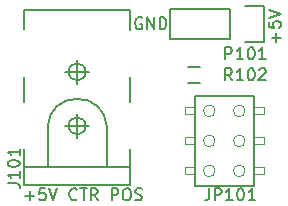
<source format=gto>
G04 #@! TF.FileFunction,Legend,Top*
%FSLAX46Y46*%
G04 Gerber Fmt 4.6, Leading zero omitted, Abs format (unit mm)*
G04 Created by KiCad (PCBNEW 4.0.1-stable) date Monday, January 04, 2016 'pmt' 12:50:12 pm*
%MOMM*%
G01*
G04 APERTURE LIST*
%ADD10C,0.100000*%
%ADD11C,0.150000*%
%ADD12C,0.203200*%
%ADD13C,0.127000*%
%ADD14C,0.066040*%
%ADD15C,0.063500*%
G04 APERTURE END LIST*
D10*
D11*
X126897428Y-135199429D02*
X127659333Y-135199429D01*
X127278381Y-135580381D02*
X127278381Y-134818476D01*
X128611714Y-134580381D02*
X128135523Y-134580381D01*
X128087904Y-135056571D01*
X128135523Y-135008952D01*
X128230761Y-134961333D01*
X128468857Y-134961333D01*
X128564095Y-135008952D01*
X128611714Y-135056571D01*
X128659333Y-135151810D01*
X128659333Y-135389905D01*
X128611714Y-135485143D01*
X128564095Y-135532762D01*
X128468857Y-135580381D01*
X128230761Y-135580381D01*
X128135523Y-135532762D01*
X128087904Y-135485143D01*
X128945047Y-134580381D02*
X129278380Y-135580381D01*
X129611714Y-134580381D01*
X131278381Y-135485143D02*
X131230762Y-135532762D01*
X131087905Y-135580381D01*
X130992667Y-135580381D01*
X130849809Y-135532762D01*
X130754571Y-135437524D01*
X130706952Y-135342286D01*
X130659333Y-135151810D01*
X130659333Y-135008952D01*
X130706952Y-134818476D01*
X130754571Y-134723238D01*
X130849809Y-134628000D01*
X130992667Y-134580381D01*
X131087905Y-134580381D01*
X131230762Y-134628000D01*
X131278381Y-134675619D01*
X131564095Y-134580381D02*
X132135524Y-134580381D01*
X131849809Y-135580381D02*
X131849809Y-134580381D01*
X133040286Y-135580381D02*
X132706952Y-135104190D01*
X132468857Y-135580381D02*
X132468857Y-134580381D01*
X132849810Y-134580381D01*
X132945048Y-134628000D01*
X132992667Y-134675619D01*
X133040286Y-134770857D01*
X133040286Y-134913714D01*
X132992667Y-135008952D01*
X132945048Y-135056571D01*
X132849810Y-135104190D01*
X132468857Y-135104190D01*
X134230762Y-135580381D02*
X134230762Y-134580381D01*
X134611715Y-134580381D01*
X134706953Y-134628000D01*
X134754572Y-134675619D01*
X134802191Y-134770857D01*
X134802191Y-134913714D01*
X134754572Y-135008952D01*
X134706953Y-135056571D01*
X134611715Y-135104190D01*
X134230762Y-135104190D01*
X135421238Y-134580381D02*
X135611715Y-134580381D01*
X135706953Y-134628000D01*
X135802191Y-134723238D01*
X135849810Y-134913714D01*
X135849810Y-135247048D01*
X135802191Y-135437524D01*
X135706953Y-135532762D01*
X135611715Y-135580381D01*
X135421238Y-135580381D01*
X135326000Y-135532762D01*
X135230762Y-135437524D01*
X135183143Y-135247048D01*
X135183143Y-134913714D01*
X135230762Y-134723238D01*
X135326000Y-134628000D01*
X135421238Y-134580381D01*
X136230762Y-135532762D02*
X136373619Y-135580381D01*
X136611715Y-135580381D01*
X136706953Y-135532762D01*
X136754572Y-135485143D01*
X136802191Y-135389905D01*
X136802191Y-135294667D01*
X136754572Y-135199429D01*
X136706953Y-135151810D01*
X136611715Y-135104190D01*
X136421238Y-135056571D01*
X136326000Y-135008952D01*
X136278381Y-134961333D01*
X136230762Y-134866095D01*
X136230762Y-134770857D01*
X136278381Y-134675619D01*
X136326000Y-134628000D01*
X136421238Y-134580381D01*
X136659334Y-134580381D01*
X136802191Y-134628000D01*
X136779096Y-120150000D02*
X136683858Y-120102381D01*
X136541001Y-120102381D01*
X136398143Y-120150000D01*
X136302905Y-120245238D01*
X136255286Y-120340476D01*
X136207667Y-120530952D01*
X136207667Y-120673810D01*
X136255286Y-120864286D01*
X136302905Y-120959524D01*
X136398143Y-121054762D01*
X136541001Y-121102381D01*
X136636239Y-121102381D01*
X136779096Y-121054762D01*
X136826715Y-121007143D01*
X136826715Y-120673810D01*
X136636239Y-120673810D01*
X137255286Y-121102381D02*
X137255286Y-120102381D01*
X137826715Y-121102381D01*
X137826715Y-120102381D01*
X138302905Y-121102381D02*
X138302905Y-120102381D01*
X138541000Y-120102381D01*
X138683858Y-120150000D01*
X138779096Y-120245238D01*
X138826715Y-120340476D01*
X138874334Y-120530952D01*
X138874334Y-120673810D01*
X138826715Y-120864286D01*
X138779096Y-120959524D01*
X138683858Y-121054762D01*
X138541000Y-121102381D01*
X138302905Y-121102381D01*
X148153429Y-122189714D02*
X148153429Y-121427809D01*
X148534381Y-121808761D02*
X147772476Y-121808761D01*
X147534381Y-120475428D02*
X147534381Y-120951619D01*
X148010571Y-120999238D01*
X147962952Y-120951619D01*
X147915333Y-120856381D01*
X147915333Y-120618285D01*
X147962952Y-120523047D01*
X148010571Y-120475428D01*
X148105810Y-120427809D01*
X148343905Y-120427809D01*
X148439143Y-120475428D01*
X148486762Y-120523047D01*
X148534381Y-120618285D01*
X148534381Y-120856381D01*
X148486762Y-120951619D01*
X148439143Y-120999238D01*
X147534381Y-120142095D02*
X148534381Y-119808762D01*
X147534381Y-119475428D01*
D12*
X126819660Y-134284720D02*
X135816340Y-134284720D01*
X126819660Y-134284720D02*
X126819660Y-132783580D01*
X126819660Y-119486680D02*
X135816340Y-119486680D01*
X135816340Y-132783580D02*
X135816340Y-134284720D01*
X126819660Y-132783580D02*
X128818640Y-132783580D01*
X128818640Y-132783580D02*
X133817360Y-132783580D01*
X133817360Y-132783580D02*
X135816340Y-132783580D01*
X128818640Y-132783580D02*
X128818640Y-129286000D01*
X133817360Y-129286000D02*
X133817360Y-132783580D01*
X126819660Y-132783580D02*
X126819660Y-131284980D01*
X126819660Y-127287020D02*
X126819660Y-125186440D01*
X126819660Y-121086880D02*
X126819660Y-119486680D01*
X135816340Y-119486680D02*
X135816340Y-121188480D01*
X135816340Y-125186440D02*
X135816340Y-127287020D01*
X135816340Y-131284980D02*
X135816340Y-132783580D01*
D13*
X132036420Y-129286000D02*
G75*
G03X132036420Y-129286000I-718420J0D01*
G01*
X131318000Y-130302000D02*
X131318000Y-128270000D01*
X132334000Y-129286000D02*
X130302000Y-129286000D01*
X132036420Y-124714000D02*
G75*
G03X132036420Y-124714000I-718420J0D01*
G01*
X131318000Y-125730000D02*
X131318000Y-123698000D01*
X132334000Y-124714000D02*
X130302000Y-124714000D01*
D12*
X131318000Y-127000000D02*
G75*
G03X128818640Y-129286000I-106680J-2392680D01*
G01*
X133817360Y-129286000D02*
G75*
G03X131318000Y-127000000I-2392680J-106680D01*
G01*
D14*
X146311620Y-130256280D02*
X146311620Y-130855720D01*
X146311620Y-130855720D02*
X147111720Y-130855720D01*
X147111720Y-130256280D02*
X147111720Y-130855720D01*
X146311620Y-130256280D02*
X147111720Y-130256280D01*
X146311620Y-127716280D02*
X146311620Y-128318260D01*
X146311620Y-128318260D02*
X147111720Y-128318260D01*
X147111720Y-127716280D02*
X147111720Y-128318260D01*
X146311620Y-127716280D02*
X147111720Y-127716280D01*
X146311620Y-132793740D02*
X146311620Y-133395720D01*
X146311620Y-133395720D02*
X147111720Y-133395720D01*
X147111720Y-132793740D02*
X147111720Y-133395720D01*
X146311620Y-132793740D02*
X147111720Y-132793740D01*
X140416280Y-127716280D02*
X140416280Y-128318260D01*
X140416280Y-128318260D02*
X141216380Y-128318260D01*
X141216380Y-127716280D02*
X141216380Y-128318260D01*
X140416280Y-127716280D02*
X141216380Y-127716280D01*
X140416280Y-130256280D02*
X140416280Y-130855720D01*
X140416280Y-130855720D02*
X141216380Y-130855720D01*
X141216380Y-130256280D02*
X141216380Y-130855720D01*
X140416280Y-130256280D02*
X141216380Y-130256280D01*
X140416280Y-132793740D02*
X140416280Y-133395720D01*
X140416280Y-133395720D02*
X141216380Y-133395720D01*
X141216380Y-132793740D02*
X141216380Y-133395720D01*
X140416280Y-132793740D02*
X141216380Y-132793740D01*
D13*
X141264640Y-126746000D02*
X146263360Y-126746000D01*
X146263360Y-126746000D02*
X146263360Y-134366000D01*
X146263360Y-134366000D02*
X141264640Y-134366000D01*
X141264640Y-134366000D02*
X141264640Y-126746000D01*
D15*
X145526118Y-130556000D02*
G75*
G03X145526118Y-130556000I-492118J0D01*
G01*
X145526118Y-128016000D02*
G75*
G03X145526118Y-128016000I-492118J0D01*
G01*
X142986118Y-128016000D02*
G75*
G03X142986118Y-128016000I-492118J0D01*
G01*
X142986118Y-130556000D02*
G75*
G03X142986118Y-130556000I-492118J0D01*
G01*
X142986118Y-133096000D02*
G75*
G03X142986118Y-133096000I-492118J0D01*
G01*
X145526118Y-133096000D02*
G75*
G03X145526118Y-133096000I-492118J0D01*
G01*
D11*
X144272000Y-119380000D02*
X139192000Y-119380000D01*
X139192000Y-119380000D02*
X139192000Y-121920000D01*
X139192000Y-121920000D02*
X144272000Y-121920000D01*
X147092000Y-122200000D02*
X145542000Y-122200000D01*
X144272000Y-121920000D02*
X144272000Y-119380000D01*
X145542000Y-119100000D02*
X147092000Y-119100000D01*
X147092000Y-119100000D02*
X147092000Y-122200000D01*
X140724000Y-124293000D02*
X141724000Y-124293000D01*
X141724000Y-125643000D02*
X140724000Y-125643000D01*
X125436381Y-134127714D02*
X126150667Y-134127714D01*
X126293524Y-134175334D01*
X126388762Y-134270572D01*
X126436381Y-134413429D01*
X126436381Y-134508667D01*
X126436381Y-133127714D02*
X126436381Y-133699143D01*
X126436381Y-133413429D02*
X125436381Y-133413429D01*
X125579238Y-133508667D01*
X125674476Y-133603905D01*
X125722095Y-133699143D01*
X125436381Y-132508667D02*
X125436381Y-132413428D01*
X125484000Y-132318190D01*
X125531619Y-132270571D01*
X125626857Y-132222952D01*
X125817333Y-132175333D01*
X126055429Y-132175333D01*
X126245905Y-132222952D01*
X126341143Y-132270571D01*
X126388762Y-132318190D01*
X126436381Y-132413428D01*
X126436381Y-132508667D01*
X126388762Y-132603905D01*
X126341143Y-132651524D01*
X126245905Y-132699143D01*
X126055429Y-132746762D01*
X125817333Y-132746762D01*
X125626857Y-132699143D01*
X125531619Y-132651524D01*
X125484000Y-132603905D01*
X125436381Y-132508667D01*
X126436381Y-131222952D02*
X126436381Y-131794381D01*
X126436381Y-131508667D02*
X125436381Y-131508667D01*
X125579238Y-131603905D01*
X125674476Y-131699143D01*
X125722095Y-131794381D01*
X142486286Y-134580381D02*
X142486286Y-135294667D01*
X142438666Y-135437524D01*
X142343428Y-135532762D01*
X142200571Y-135580381D01*
X142105333Y-135580381D01*
X142962476Y-135580381D02*
X142962476Y-134580381D01*
X143343429Y-134580381D01*
X143438667Y-134628000D01*
X143486286Y-134675619D01*
X143533905Y-134770857D01*
X143533905Y-134913714D01*
X143486286Y-135008952D01*
X143438667Y-135056571D01*
X143343429Y-135104190D01*
X142962476Y-135104190D01*
X144486286Y-135580381D02*
X143914857Y-135580381D01*
X144200571Y-135580381D02*
X144200571Y-134580381D01*
X144105333Y-134723238D01*
X144010095Y-134818476D01*
X143914857Y-134866095D01*
X145105333Y-134580381D02*
X145200572Y-134580381D01*
X145295810Y-134628000D01*
X145343429Y-134675619D01*
X145391048Y-134770857D01*
X145438667Y-134961333D01*
X145438667Y-135199429D01*
X145391048Y-135389905D01*
X145343429Y-135485143D01*
X145295810Y-135532762D01*
X145200572Y-135580381D01*
X145105333Y-135580381D01*
X145010095Y-135532762D01*
X144962476Y-135485143D01*
X144914857Y-135389905D01*
X144867238Y-135199429D01*
X144867238Y-134961333D01*
X144914857Y-134770857D01*
X144962476Y-134675619D01*
X145010095Y-134628000D01*
X145105333Y-134580381D01*
X146391048Y-135580381D02*
X145819619Y-135580381D01*
X146105333Y-135580381D02*
X146105333Y-134580381D01*
X146010095Y-134723238D01*
X145914857Y-134818476D01*
X145819619Y-134866095D01*
X143851524Y-123642381D02*
X143851524Y-122642381D01*
X144232477Y-122642381D01*
X144327715Y-122690000D01*
X144375334Y-122737619D01*
X144422953Y-122832857D01*
X144422953Y-122975714D01*
X144375334Y-123070952D01*
X144327715Y-123118571D01*
X144232477Y-123166190D01*
X143851524Y-123166190D01*
X145375334Y-123642381D02*
X144803905Y-123642381D01*
X145089619Y-123642381D02*
X145089619Y-122642381D01*
X144994381Y-122785238D01*
X144899143Y-122880476D01*
X144803905Y-122928095D01*
X145994381Y-122642381D02*
X146089620Y-122642381D01*
X146184858Y-122690000D01*
X146232477Y-122737619D01*
X146280096Y-122832857D01*
X146327715Y-123023333D01*
X146327715Y-123261429D01*
X146280096Y-123451905D01*
X146232477Y-123547143D01*
X146184858Y-123594762D01*
X146089620Y-123642381D01*
X145994381Y-123642381D01*
X145899143Y-123594762D01*
X145851524Y-123547143D01*
X145803905Y-123451905D01*
X145756286Y-123261429D01*
X145756286Y-123023333D01*
X145803905Y-122832857D01*
X145851524Y-122737619D01*
X145899143Y-122690000D01*
X145994381Y-122642381D01*
X147280096Y-123642381D02*
X146708667Y-123642381D01*
X146994381Y-123642381D02*
X146994381Y-122642381D01*
X146899143Y-122785238D01*
X146803905Y-122880476D01*
X146708667Y-122928095D01*
X144422953Y-125420381D02*
X144089619Y-124944190D01*
X143851524Y-125420381D02*
X143851524Y-124420381D01*
X144232477Y-124420381D01*
X144327715Y-124468000D01*
X144375334Y-124515619D01*
X144422953Y-124610857D01*
X144422953Y-124753714D01*
X144375334Y-124848952D01*
X144327715Y-124896571D01*
X144232477Y-124944190D01*
X143851524Y-124944190D01*
X145375334Y-125420381D02*
X144803905Y-125420381D01*
X145089619Y-125420381D02*
X145089619Y-124420381D01*
X144994381Y-124563238D01*
X144899143Y-124658476D01*
X144803905Y-124706095D01*
X145994381Y-124420381D02*
X146089620Y-124420381D01*
X146184858Y-124468000D01*
X146232477Y-124515619D01*
X146280096Y-124610857D01*
X146327715Y-124801333D01*
X146327715Y-125039429D01*
X146280096Y-125229905D01*
X146232477Y-125325143D01*
X146184858Y-125372762D01*
X146089620Y-125420381D01*
X145994381Y-125420381D01*
X145899143Y-125372762D01*
X145851524Y-125325143D01*
X145803905Y-125229905D01*
X145756286Y-125039429D01*
X145756286Y-124801333D01*
X145803905Y-124610857D01*
X145851524Y-124515619D01*
X145899143Y-124468000D01*
X145994381Y-124420381D01*
X146708667Y-124515619D02*
X146756286Y-124468000D01*
X146851524Y-124420381D01*
X147089620Y-124420381D01*
X147184858Y-124468000D01*
X147232477Y-124515619D01*
X147280096Y-124610857D01*
X147280096Y-124706095D01*
X147232477Y-124848952D01*
X146661048Y-125420381D01*
X147280096Y-125420381D01*
M02*

</source>
